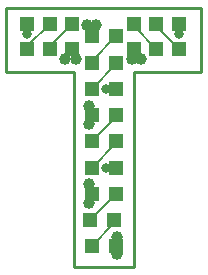
<source format=gtl>
G75*
%MOIN*%
%OFA0B0*%
%FSLAX24Y24*%
%IPPOS*%
%LPD*%
%AMOC8*
5,1,8,0,0,1.08239X$1,22.5*
%
%ADD10C,0.0100*%
%ADD11R,0.0472X0.0472*%
%ADD12C,0.0397*%
%ADD13C,0.0060*%
%ADD14C,0.0317*%
D10*
X004642Y002517D02*
X006642Y002517D01*
X006642Y009017D01*
X008892Y009017D01*
X008892Y011142D01*
X002392Y011142D01*
X002392Y009017D01*
X004642Y009017D01*
X004642Y002517D01*
D11*
X005228Y003204D03*
X006055Y003204D03*
X005993Y004079D03*
X005166Y004079D03*
X005228Y004954D03*
X006055Y004954D03*
X006055Y005829D03*
X005228Y005829D03*
X005228Y006704D03*
X006055Y006704D03*
X006055Y007579D03*
X005228Y007579D03*
X005228Y008454D03*
X006055Y008454D03*
X006055Y009329D03*
X006642Y009791D03*
X006055Y010204D03*
X006642Y010618D03*
X007392Y010618D03*
X008142Y010618D03*
X008142Y009791D03*
X007392Y009791D03*
X005228Y010204D03*
X004579Y009791D03*
X005228Y009329D03*
X004579Y010618D03*
X003829Y010618D03*
X003079Y010618D03*
X003079Y009791D03*
X003829Y009791D03*
D12*
X004329Y009454D03*
X004704Y009454D03*
X005079Y010579D03*
X005392Y010579D03*
X006579Y009454D03*
X006892Y009454D03*
X005142Y007892D03*
X005142Y007267D03*
X005142Y005267D03*
X005142Y004642D03*
X006079Y003517D03*
X006079Y002954D03*
D13*
X006055Y002954D01*
X006055Y003204D01*
X006055Y003517D01*
X006079Y003517D01*
X005993Y003968D02*
X005228Y003204D01*
X005993Y003968D02*
X005993Y004079D01*
X005166Y004079D02*
X006041Y004954D01*
X006055Y004954D01*
X005228Y004954D02*
X005142Y004954D01*
X005142Y004642D01*
X005142Y004954D02*
X005142Y005267D01*
X005228Y005829D02*
X006055Y006656D01*
X006055Y006704D01*
X006055Y007531D02*
X005228Y006704D01*
X005142Y007267D02*
X005142Y007892D01*
X005142Y007579D01*
X005228Y007579D01*
X006055Y007579D02*
X006055Y007531D01*
X006055Y008454D02*
X005704Y008454D01*
X005228Y008454D02*
X006055Y009281D01*
X006055Y009329D01*
X006579Y009454D02*
X006892Y009454D01*
X006579Y009454D02*
X006579Y009791D01*
X006642Y009791D01*
X006055Y010204D02*
X005228Y009377D01*
X005228Y009329D01*
X004704Y009454D02*
X004704Y009791D01*
X004579Y009791D01*
X004704Y009454D02*
X004329Y009454D01*
X003829Y009791D02*
X003829Y009868D01*
X004579Y010618D01*
X005079Y010579D02*
X005079Y010291D01*
X005228Y010204D01*
X005204Y010243D01*
X005079Y010579D02*
X005392Y010579D01*
X006642Y010541D02*
X007392Y009791D01*
X007392Y010541D02*
X008142Y009791D01*
X008142Y010267D02*
X008142Y010618D01*
X007392Y010618D02*
X007392Y010541D01*
X006642Y010541D02*
X006642Y010618D01*
X003829Y010618D02*
X003079Y009868D01*
X003079Y009791D01*
X003079Y010267D02*
X003079Y010618D01*
X005704Y005829D02*
X006055Y005829D01*
D14*
X005704Y005829D03*
X005704Y008454D03*
X008142Y010267D03*
X003079Y010267D03*
M02*

</source>
